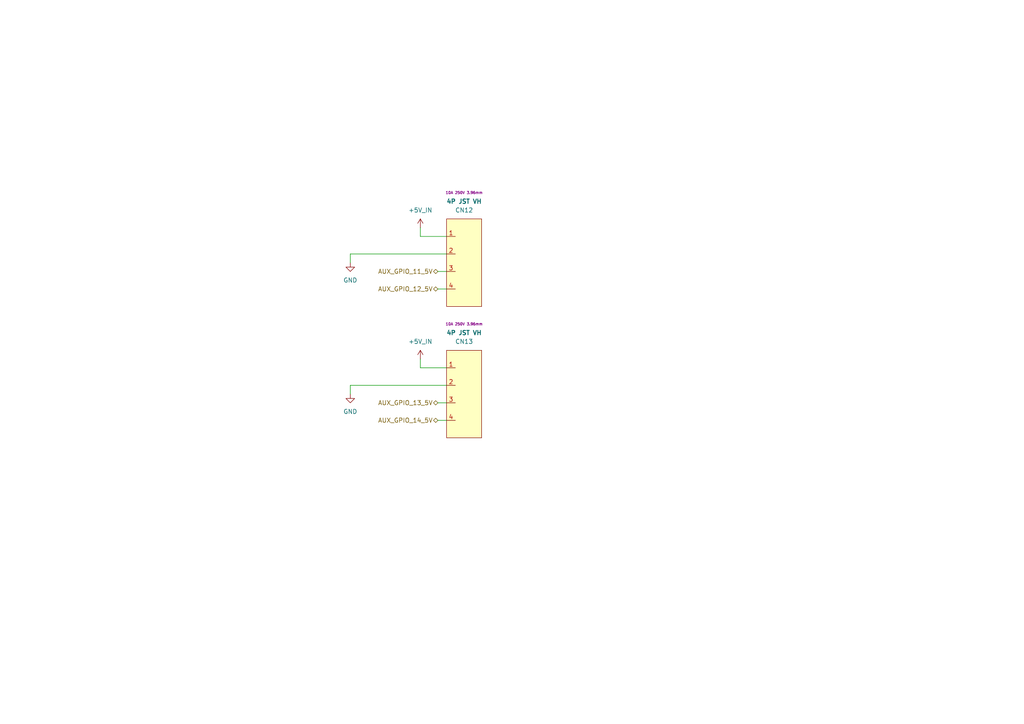
<source format=kicad_sch>
(kicad_sch (version 20231120) (generator "eeschema") (generator_version "8.0")
  (paper "A4")
  (lib_symbols
    (symbol "EASYEDA2KICAD:JST_VH_4PIN_10A_250V" (pin_names hide)
      (property "Reference" "CN" (at 0 19.05 0))
      (property "Value" "4P JST VH" (at 0 16.51 0))
      (property "Extra Values" "10A 250V 3.96mm" (at 0 13.97 0))
      (symbol "JST_VH_4PIN_10A_250V_0_1"
        (rectangle (start -5.08 12.7) (end 5.08 -12.7) (fill (type background)))
      )
      (symbol "JST_VH_4PIN_10A_250V_1_1"
        (pin passive line (at -5.08 7.62 0) (length 2.54) (name "1") (number "1"))
        (pin passive line (at -5.08 2.54 0) (length 2.54) (name "2") (number "2"))
        (pin passive line (at -5.08 -2.54 0) (length 2.54) (name "3") (number "3"))
        (pin passive line (at -5.08 -7.62 0) (length 2.54) (name "4") (number "4"))
      )
    )
    (symbol "power:+5V_IN" (power) (pin_numbers hide) (pin_names (offset 0) hide)
      (property "Value" "+5V_IN" (at 0 3.556 0))
      (symbol "+5V_IN_0_1"
        (polyline (pts (xy -0.762 1.27) (xy 0 2.54)))
        (polyline (pts (xy 0 0) (xy 0 2.54)))
        (polyline (pts (xy 0 2.54) (xy 0.762 1.27)))
      )
      (symbol "+5V_IN_1_1"
        (pin power_in line (at 0 0 90) (length 0) (name "~") (number "1"))
      )
    )
    (symbol "power:GND" (power) (pin_numbers hide) (pin_names (offset 0) hide)
      (property "Value" "GND" (at 0 -3.81 0))
      (symbol "GND_0_1"
        (polyline (pts (xy 0 0) (xy 0 -1.27) (xy 1.27 -1.27) (xy 0 -2.54) (xy -1.27 -1.27) (xy 0 -1.27)))
      )
      (symbol "GND_1_1"
        (pin power_in line (at 0 0 270) (length 0) (name "~") (number "1"))
      )
    )
  )
  (wire (pts (xy 101.6 73.66) (xy 129.54 73.66)))
  (wire (pts (xy 101.6 114.3) (xy 101.6 111.76)))
  (wire (pts (xy 127 78.74) (xy 129.54 78.74)))
  (wire (pts (xy 101.6 76.2) (xy 101.6 73.66)))
  (wire (pts (xy 127 83.82) (xy 129.54 83.82)))
  (wire (pts (xy 127 116.84) (xy 129.54 116.84)))
  (wire (pts (xy 127 121.92) (xy 129.54 121.92)))
  (wire (pts (xy 121.92 104.14) (xy 121.92 106.68)))
  (wire (pts (xy 121.92 68.58) (xy 129.54 68.58)))
  (wire (pts (xy 101.6 111.76) (xy 129.54 111.76)))
  (wire (pts (xy 121.92 106.68) (xy 129.54 106.68)))
  (wire (pts (xy 121.92 68.58) (xy 121.92 66.04)))
  (hierarchical_label "AUX_GPIO_14_5V" (shape bidirectional) (at 127 121.92 180))
  (hierarchical_label "AUX_GPIO_12_5V" (shape bidirectional) (at 127 83.82 180))
  (hierarchical_label "AUX_GPIO_13_5V" (shape bidirectional) (at 127 116.84 180))
  (hierarchical_label "AUX_GPIO_11_5V" (shape bidirectional) (at 127 78.74 180))
  (symbol (lib_id "power:+5V_IN") (at 121.92 104.14 0) (unit 1)
    (property "Reference" "#PWR073" (effects (hide yes)))
    (property "Value" "+5V_IN" (at 121.92 99.06 0))
    (property "Description" "Power symbol creates a global label with name \"+5V_IN\"" (effects (hide yes)))
  )
  (symbol (lib_id "EASYEDA2KICAD:JST_VH_4PIN_10A_250V") (at 134.62 114.3 0) (unit 1)
    (property "Reference" "CN13" (at 134.62 99.06 0))
    (property "Value" "4P JST VH" (at 134.62 96.52 0) (effects (font (bold yes))))
    (property "Footprint" "EASYEDA2KICAD:CONN-TH_B4P-VH-LF-SN" (effects (hide yes)))
    (property "Datasheet" "https://lcsc.com/product-detail/_JST_B4P-VH-LF-SN_B4P-VH-LF-SN_C160317.html" (effects (hide yes)))
    (property "Description" "VH CONNECTOR 3.96mm pitch/Disconnectable Crimp style connectors" (effects (hide yes)))
    (property "LCSC Part" "C160317" (effects (hide yes)))
    (property "Extra Values" "10A 250V 3.96mm" (at 134.62 93.98 0) (effects (font (size 0.762 0.762) (bold yes))))
  )
  (symbol (lib_id "power:GND") (at 101.6 114.3 0) (unit 1)
    (property "Reference" "#PWR082" (effects (hide yes)))
    (property "Value" "GND" (at 101.6 119.38 0))
    (property "Description" "Power symbol creates a global label with name \"GND\" , ground" (effects (hide yes)))
  )
  (symbol (lib_id "power:+5V_IN") (at 121.92 66.04 0) (unit 1)
    (property "Reference" "#PWR072" (effects (hide yes)))
    (property "Value" "+5V_IN" (at 121.92 60.96 0))
    (property "Description" "Power symbol creates a global label with name \"+5V_IN\"" (effects (hide yes)))
  )
  (symbol (lib_id "power:GND") (at 101.6 76.2 0) (unit 1)
    (property "Reference" "#PWR081" (effects (hide yes)))
    (property "Value" "GND" (at 101.6 81.28 0))
    (property "Description" "Power symbol creates a global label with name \"GND\" , ground" (effects (hide yes)))
  )
  (symbol (lib_id "EASYEDA2KICAD:JST_VH_4PIN_10A_250V") (at 134.62 76.2 0) (unit 1)
    (property "Reference" "CN12" (at 134.62 60.96 0))
    (property "Value" "4P JST VH" (at 134.62 58.42 0) (effects (font (bold yes))))
    (property "Footprint" "EASYEDA2KICAD:CONN-TH_B4P-VH-LF-SN" (effects (hide yes)))
    (property "Datasheet" "https://lcsc.com/product-detail/_JST_B4P-VH-LF-SN_B4P-VH-LF-SN_C160317.html" (effects (hide yes)))
    (property "Description" "VH CONNECTOR 3.96mm pitch/Disconnectable Crimp style connectors" (effects (hide yes)))
    (property "LCSC Part" "C160317" (effects (hide yes)))
    (property "Extra Values" "10A 250V 3.96mm" (at 134.62 55.88 0) (effects (font (size 0.762 0.762) (bold yes))))
  )
)
</source>
